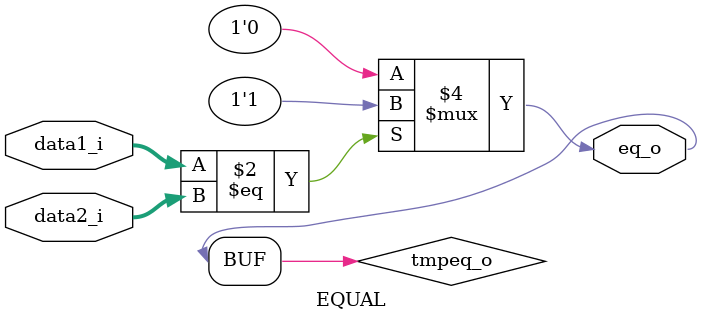
<source format=v>
module EQUAL
(
	data1_i,
	data2_i,
	eq_o
);

input [31:0] data1_i, data2_i;
output eq_o;
reg	tmpeq_o;
assign eq_o = tmpeq_o;

always @(*) begin
	if (data1_i == data2_i) begin
		tmpeq_o = 1'b1;
	end
	else begin
		tmpeq_o = 1'b0;
	end
end
// assign eq_o = (data1_i == data2_i)? 1:0;

endmodule
</source>
